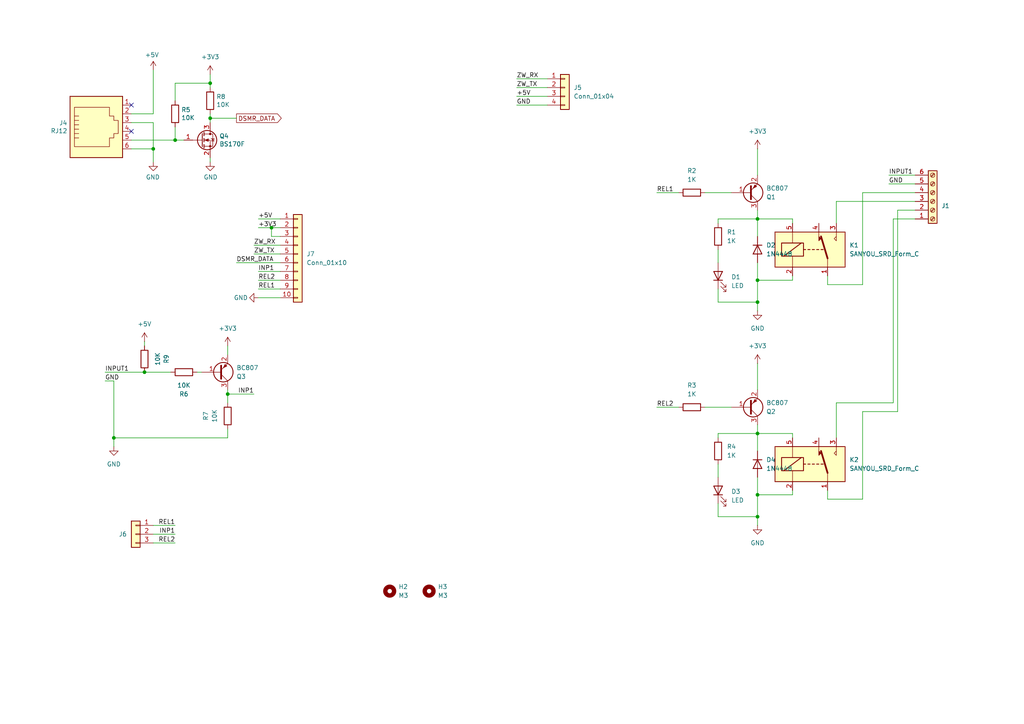
<source format=kicad_sch>
(kicad_sch (version 20250114) (generator "eeschema") (generator_version "9.0")
  (paper "A4")
  (lib_symbols
    (symbol "Connector:RJ12" (pin_names (offset 1.016))
      (property "Reference" "J" (at -5.08 11.43 0))
      (property "Value" "RJ12" (at 2.54 11.43 0))
      (symbol "RJ12_0_1"
        (polyline (pts (xy -6.35 3.175) (xy -5.08 3.175) (xy -5.08 3.175)))
        (polyline (pts (xy -6.35 1.905) (xy -5.08 1.905) (xy -5.08 1.905)))
        (polyline (pts (xy -6.35 0.635) (xy -5.08 0.635) (xy -5.08 0.635)))
        (polyline (pts (xy -6.35 -0.635) (xy -5.08 -0.635) (xy -5.08 -0.635)))
        (polyline (pts (xy -6.35 -1.905) (xy -5.08 -1.905) (xy -5.08 -1.905)))
        (polyline (pts (xy -6.35 -4.445) (xy -6.35 6.985) (xy 3.81 6.985) (xy 3.81 4.445) (xy 5.08 4.445) (xy 5.08 3.175) (xy 6.35 3.175) (xy 6.35 -0.635) (xy 5.08 -0.635) (xy 5.08 -1.905) (xy 3.81 -1.905) (xy 3.81 -4.445) (xy -6.35 -4.445) (xy -6.35 -4.445)))
        (polyline (pts (xy -5.08 4.445) (xy -6.35 4.445) (xy -6.35 4.445)))
        (rectangle (start 7.62 10.16) (end -7.62 -7.62) (stroke (width 0.254)) (fill (type background)))
      )
      (symbol "RJ12_1_1"
        (pin passive line (at 10.16 7.62 180) (length 2.54) (name "~") (number "6"))
        (pin passive line (at 10.16 5.08 180) (length 2.54) (name "~") (number "5"))
        (pin passive line (at 10.16 2.54 180) (length 2.54) (name "~") (number "4"))
        (pin passive line (at 10.16 0 180) (length 2.54) (name "~") (number "3"))
        (pin passive line (at 10.16 -2.54 180) (length 2.54) (name "~") (number "2"))
        (pin passive line (at 10.16 -5.08 180) (length 2.54) (name "~") (number "1"))
      )
    )
    (symbol "Connector:Screw_Terminal_01x06" (pin_names (offset 1.016) (hide yes))
      (property "Reference" "J" (at 0 7.62 0))
      (property "Value" "Screw_Terminal_01x06" (at 0 -10.16 0))
      (symbol "Screw_Terminal_01x06_1_1"
        (rectangle (start -1.27 6.35) (end 1.27 -8.89) (stroke (width 0.254)) (fill (type background)))
        (polyline (pts (xy -0.5334 5.4102) (xy 0.3302 4.572)) (stroke (width 0.1524)))
        (polyline (pts (xy -0.5334 2.8702) (xy 0.3302 2.032)) (stroke (width 0.1524)))
        (polyline (pts (xy -0.5334 0.3302) (xy 0.3302 -0.508)) (stroke (width 0.1524)))
        (polyline (pts (xy -0.5334 -2.2098) (xy 0.3302 -3.048)) (stroke (width 0.1524)))
        (polyline (pts (xy -0.5334 -4.7498) (xy 0.3302 -5.588)) (stroke (width 0.1524)))
        (polyline (pts (xy -0.5334 -7.2898) (xy 0.3302 -8.128)) (stroke (width 0.1524)))
        (polyline (pts (xy -0.3556 5.588) (xy 0.508 4.7498)) (stroke (width 0.1524)))
        (polyline (pts (xy -0.3556 3.048) (xy 0.508 2.2098)) (stroke (width 0.1524)))
        (polyline (pts (xy -0.3556 0.508) (xy 0.508 -0.3302)) (stroke (width 0.1524)))
        (polyline (pts (xy -0.3556 -2.032) (xy 0.508 -2.8702)) (stroke (width 0.1524)))
        (polyline (pts (xy -0.3556 -4.572) (xy 0.508 -5.4102)) (stroke (width 0.1524)))
        (polyline (pts (xy -0.3556 -7.112) (xy 0.508 -7.9502)) (stroke (width 0.1524)))
        (circle (center 0 5.08) (radius 0.635) (stroke (width 0.1524)))
        (circle (center 0 2.54) (radius 0.635) (stroke (width 0.1524)))
        (circle (center 0 0) (radius 0.635) (stroke (width 0.1524)))
        (circle (center 0 -2.54) (radius 0.635) (stroke (width 0.1524)))
        (circle (center 0 -5.08) (radius 0.635) (stroke (width 0.1524)))
        (circle (center 0 -7.62) (radius 0.635) (stroke (width 0.1524)))
        (pin passive line (at -5.08 5.08 0) (length 3.81) (name "Pin_1") (number "1"))
        (pin passive line (at -5.08 2.54 0) (length 3.81) (name "Pin_2") (number "2"))
        (pin passive line (at -5.08 0 0) (length 3.81) (name "Pin_3") (number "3"))
        (pin passive line (at -5.08 -2.54 0) (length 3.81) (name "Pin_4") (number "4"))
        (pin passive line (at -5.08 -5.08 0) (length 3.81) (name "Pin_5") (number "5"))
        (pin passive line (at -5.08 -7.62 0) (length 3.81) (name "Pin_6") (number "6"))
      )
    )
    (symbol "Connector_Generic:Conn_01x03" (pin_names (offset 1.016) (hide yes))
      (property "Reference" "J" (at 0 5.08 0))
      (property "Value" "Conn_01x03" (at 0 -5.08 0))
      (symbol "Conn_01x03_1_1"
        (rectangle (start -1.27 3.81) (end 1.27 -3.81) (stroke (width 0.254)) (fill (type background)))
        (rectangle (start -1.27 2.667) (end 0 2.413) (stroke (width 0.1524)))
        (rectangle (start -1.27 0.127) (end 0 -0.127) (stroke (width 0.1524)))
        (rectangle (start -1.27 -2.413) (end 0 -2.667) (stroke (width 0.1524)))
        (pin passive line (at -5.08 2.54 0) (length 3.81) (name "Pin_1") (number "1"))
        (pin passive line (at -5.08 0 0) (length 3.81) (name "Pin_2") (number "2"))
        (pin passive line (at -5.08 -2.54 0) (length 3.81) (name "Pin_3") (number "3"))
      )
    )
    (symbol "Connector_Generic:Conn_01x04" (pin_names (offset 1.016) (hide yes))
      (property "Reference" "J" (at 0 5.08 0))
      (property "Value" "Conn_01x04" (at 0 -7.62 0))
      (symbol "Conn_01x04_1_1"
        (rectangle (start -1.27 3.81) (end 1.27 -6.35) (stroke (width 0.254)) (fill (type background)))
        (rectangle (start -1.27 2.667) (end 0 2.413) (stroke (width 0.1524)))
        (rectangle (start -1.27 0.127) (end 0 -0.127) (stroke (width 0.1524)))
        (rectangle (start -1.27 -2.413) (end 0 -2.667) (stroke (width 0.1524)))
        (rectangle (start -1.27 -4.953) (end 0 -5.207) (stroke (width 0.1524)))
        (pin passive line (at -5.08 2.54 0) (length 3.81) (name "Pin_1") (number "1"))
        (pin passive line (at -5.08 0 0) (length 3.81) (name "Pin_2") (number "2"))
        (pin passive line (at -5.08 -2.54 0) (length 3.81) (name "Pin_3") (number "3"))
        (pin passive line (at -5.08 -5.08 0) (length 3.81) (name "Pin_4") (number "4"))
      )
    )
    (symbol "Connector_Generic:Conn_01x10" (pin_names (offset 1.016) (hide yes))
      (property "Reference" "J" (at 0 12.7 0))
      (property "Value" "Conn_01x10" (at 0 -15.24 0))
      (symbol "Conn_01x10_1_1"
        (rectangle (start -1.27 11.43) (end 1.27 -13.97) (stroke (width 0.254)) (fill (type background)))
        (rectangle (start -1.27 10.287) (end 0 10.033) (stroke (width 0.1524)))
        (rectangle (start -1.27 7.747) (end 0 7.493) (stroke (width 0.1524)))
        (rectangle (start -1.27 5.207) (end 0 4.953) (stroke (width 0.1524)))
        (rectangle (start -1.27 2.667) (end 0 2.413) (stroke (width 0.1524)))
        (rectangle (start -1.27 0.127) (end 0 -0.127) (stroke (width 0.1524)))
        (rectangle (start -1.27 -2.413) (end 0 -2.667) (stroke (width 0.1524)))
        (rectangle (start -1.27 -4.953) (end 0 -5.207) (stroke (width 0.1524)))
        (rectangle (start -1.27 -7.493) (end 0 -7.747) (stroke (width 0.1524)))
        (rectangle (start -1.27 -10.033) (end 0 -10.287) (stroke (width 0.1524)))
        (rectangle (start -1.27 -12.573) (end 0 -12.827) (stroke (width 0.1524)))
        (pin passive line (at -5.08 10.16 0) (length 3.81) (name "Pin_1") (number "1"))
        (pin passive line (at -5.08 7.62 0) (length 3.81) (name "Pin_2") (number "2"))
        (pin passive line (at -5.08 5.08 0) (length 3.81) (name "Pin_3") (number "3"))
        (pin passive line (at -5.08 2.54 0) (length 3.81) (name "Pin_4") (number "4"))
        (pin passive line (at -5.08 0 0) (length 3.81) (name "Pin_5") (number "5"))
        (pin passive line (at -5.08 -2.54 0) (length 3.81) (name "Pin_6") (number "6"))
        (pin passive line (at -5.08 -5.08 0) (length 3.81) (name "Pin_7") (number "7"))
        (pin passive line (at -5.08 -7.62 0) (length 3.81) (name "Pin_8") (number "8"))
        (pin passive line (at -5.08 -10.16 0) (length 3.81) (name "Pin_9") (number "9"))
        (pin passive line (at -5.08 -12.7 0) (length 3.81) (name "Pin_10") (number "10"))
      )
    )
    (symbol "Device:LED" (pin_numbers (hide yes)) (pin_names (offset 1.016) (hide yes))
      (property "Reference" "D" (at 0 2.54 0))
      (property "Value" "LED" (at 0 -2.54 0))
      (symbol "LED_0_1"
        (polyline (pts (xy -3.048 -0.762) (xy -4.572 -2.286) (xy -3.81 -2.286) (xy -4.572 -2.286) (xy -4.572 -1.524)))
        (polyline (pts (xy -1.778 -0.762) (xy -3.302 -2.286) (xy -2.54 -2.286) (xy -3.302 -2.286) (xy -3.302 -1.524)))
        (polyline (pts (xy -1.27 0) (xy 1.27 0)))
        (polyline (pts (xy -1.27 -1.27) (xy -1.27 1.27)) (stroke (width 0.254)))
        (polyline (pts (xy 1.27 -1.27) (xy 1.27 1.27) (xy -1.27 0) (xy 1.27 -1.27)) (stroke (width 0.254)))
      )
      (symbol "LED_1_1"
        (pin passive line (at -3.81 0 0) (length 2.54) (name "K") (number "1"))
        (pin passive line (at 3.81 0 180) (length 2.54) (name "A") (number "2"))
      )
    )
    (symbol "Device:R" (pin_numbers (hide yes)) (pin_names (offset 0))
      (property "Reference" "R" (at 2.032 0 90))
      (property "Value" "R" (at 0 0 90))
      (symbol "R_0_1"
        (rectangle (start -1.016 -2.54) (end 1.016 2.54) (stroke (width 0.254)))
      )
      (symbol "R_1_1"
        (pin passive line (at 0 3.81 270) (length 1.27) (name "~") (number "1"))
        (pin passive line (at 0 -3.81 90) (length 1.27) (name "~") (number "2"))
      )
    )
    (symbol "Diode:1N4448" (pin_numbers (hide yes)) (pin_names (hide yes))
      (property "Reference" "D" (at 0 2.54 0))
      (property "Value" "1N4448" (at 0 -2.54 0))
      (symbol "1N4448_0_1"
        (polyline (pts (xy -1.27 1.27) (xy -1.27 -1.27)) (stroke (width 0.254)))
        (polyline (pts (xy 1.27 1.27) (xy 1.27 -1.27) (xy -1.27 0) (xy 1.27 1.27)) (stroke (width 0.254)))
        (polyline (pts (xy 1.27 0) (xy -1.27 0)))
      )
      (symbol "1N4448_1_1"
        (pin passive line (at -3.81 0 0) (length 2.54) (name "K") (number "1"))
        (pin passive line (at 3.81 0 180) (length 2.54) (name "A") (number "2"))
      )
    )
    (symbol "Mechanical:MountingHole" (pin_names (offset 1.016)) (exclude_from_sim yes) (in_bom no)
      (property "Reference" "H" (at 0 5.08 0))
      (property "Value" "MountingHole" (at 0 3.175 0))
      (symbol "MountingHole_0_1"
        (circle (center 0 0) (radius 1.27) (stroke (width 1.27)))
      )
    )
    (symbol "Relay:SANYOU_SRD_Form_C"
      (property "Reference" "K" (at 11.43 3.81 0))
      (property "Value" "SANYOU_SRD_Form_C" (at 11.43 1.27 0))
      (symbol "SANYOU_SRD_Form_C_0_0"
        (polyline (pts (xy 7.62 5.08) (xy 7.62 2.54) (xy 6.985 3.175) (xy 7.62 3.81)))
      )
      (symbol "SANYOU_SRD_Form_C_0_1"
        (rectangle (start -10.16 5.08) (end 10.16 -5.08) (stroke (width 0.254)) (fill (type background)))
        (rectangle (start -8.255 1.905) (end -1.905 -1.905) (stroke (width 0.254)))
        (polyline (pts (xy -7.62 -1.905) (xy -2.54 1.905)) (stroke (width 0.254)))
        (polyline (pts (xy -5.08 5.08) (xy -5.08 1.905)))
        (polyline (pts (xy -5.08 -5.08) (xy -5.08 -1.905)))
        (polyline (pts (xy -1.905 0) (xy -1.27 0)) (stroke (width 0.254)))
        (polyline (pts (xy -0.635 0) (xy 0 0)) (stroke (width 0.254)))
        (polyline (pts (xy 0.635 0) (xy 1.27 0)) (stroke (width 0.254)))
        (polyline (pts (xy 1.905 0) (xy 2.54 0)) (stroke (width 0.254)))
        (polyline (pts (xy 3.175 0) (xy 3.81 0)) (stroke (width 0.254)))
        (polyline (pts (xy 5.08 -2.54) (xy 3.175 3.81)) (stroke (width 0.508)))
        (polyline (pts (xy 5.08 -2.54) (xy 5.08 -5.08)))
      )
      (symbol "SANYOU_SRD_Form_C_1_1"
        (polyline (pts (xy 2.54 3.81) (xy 3.175 3.175) (xy 2.54 2.54) (xy 2.54 5.08)) (fill (type outline)))
        (pin passive line (at -5.08 7.62 270) (length 2.54) (name "~") (number "5"))
        (pin passive line (at -5.08 -7.62 90) (length 2.54) (name "~") (number "2"))
        (pin passive line (at 2.54 7.62 270) (length 2.54) (name "~") (number "4"))
        (pin passive line (at 5.08 -7.62 90) (length 2.54) (name "~") (number "1"))
        (pin passive line (at 7.62 7.62 270) (length 2.54) (name "~") (number "3"))
      )
    )
    (symbol "Transistor_BJT:BC807" (pin_names (offset 0) (hide yes))
      (property "Reference" "Q" (at 5.08 1.905 0))
      (property "Value" "BC807" (at 5.08 0 0))
      (symbol "BC807_0_1"
        (polyline (pts (xy 0.635 1.905) (xy 0.635 -1.905) (xy 0.635 -1.905)) (stroke (width 0.508)))
        (polyline (pts (xy 0.635 0.635) (xy 2.54 2.54)))
        (polyline (pts (xy 0.635 -0.635) (xy 2.54 -2.54) (xy 2.54 -2.54)))
        (circle (center 1.27 0) (radius 2.8194) (stroke (width 0.254)))
        (polyline (pts (xy 2.286 -1.778) (xy 1.778 -2.286) (xy 1.27 -1.27) (xy 2.286 -1.778) (xy 2.286 -1.778)) (fill (type outline)))
      )
      (symbol "BC807_1_1"
        (pin input line (at -5.08 0 0) (length 5.715) (name "B") (number "1"))
        (pin passive line (at 2.54 5.08 270) (length 2.54) (name "C") (number "3"))
        (pin passive line (at 2.54 -5.08 90) (length 2.54) (name "E") (number "2"))
      )
    )
    (symbol "Transistor_FET:BS170F" (pin_names (hide yes))
      (property "Reference" "Q" (at 5.08 1.905 0))
      (property "Value" "BS170F" (at 5.08 0 0))
      (symbol "BS170F_0_1"
        (polyline (pts (xy 0.254 1.905) (xy 0.254 -1.905)) (stroke (width 0.254)))
        (polyline (pts (xy 0.254 0) (xy -2.54 0)))
        (polyline (pts (xy 0.762 2.286) (xy 0.762 1.27)) (stroke (width 0.254)))
        (polyline (pts (xy 0.762 0.508) (xy 0.762 -0.508)) (stroke (width 0.254)))
        (polyline (pts (xy 0.762 -1.27) (xy 0.762 -2.286)) (stroke (width 0.254)))
        (polyline (pts (xy 0.762 -1.778) (xy 3.302 -1.778) (xy 3.302 1.778) (xy 0.762 1.778)))
        (polyline (pts (xy 1.016 0) (xy 2.032 0.381) (xy 2.032 -0.381) (xy 1.016 0)) (fill (type outline)))
        (circle (center 1.651 0) (radius 2.794) (stroke (width 0.254)))
        (polyline (pts (xy 2.54 2.54) (xy 2.54 1.778)))
        (circle (center 2.54 1.778) (radius 0.254) (fill (type outline)))
        (circle (center 2.54 -1.778) (radius 0.254) (fill (type outline)))
        (polyline (pts (xy 2.54 -2.54) (xy 2.54 0) (xy 0.762 0)))
        (polyline (pts (xy 2.794 0.508) (xy 2.921 0.381) (xy 3.683 0.381) (xy 3.81 0.254)))
        (polyline (pts (xy 3.302 0.381) (xy 2.921 -0.254) (xy 3.683 -0.254) (xy 3.302 0.381)))
      )
      (symbol "BS170F_1_1"
        (pin input line (at -5.08 0 0) (length 2.54) (name "G") (number "1"))
        (pin passive line (at 2.54 5.08 270) (length 2.54) (name "D") (number "3"))
        (pin passive line (at 2.54 -5.08 90) (length 2.54) (name "S") (number "2"))
      )
    )
    (symbol "power:+3V3" (power) (pin_numbers (hide yes)) (pin_names (offset 0) (hide yes))
      (property "Value" "+3V3" (at 0 3.556 0))
      (symbol "+3V3_0_1"
        (polyline (pts (xy -0.762 1.27) (xy 0 2.54)))
        (polyline (pts (xy 0 2.54) (xy 0.762 1.27)))
        (polyline (pts (xy 0 0) (xy 0 2.54)))
      )
      (symbol "+3V3_1_1"
        (pin power_in line (at 0 0 90) (length 0) (name "~") (number "1"))
      )
    )
    (symbol "power:+5V" (power) (pin_numbers (hide yes)) (pin_names (offset 0) (hide yes))
      (property "Value" "+5V" (at 0 3.556 0))
      (symbol "+5V_0_1"
        (polyline (pts (xy -0.762 1.27) (xy 0 2.54)))
        (polyline (pts (xy 0 2.54) (xy 0.762 1.27)))
        (polyline (pts (xy 0 0) (xy 0 2.54)))
      )
      (symbol "+5V_1_1"
        (pin power_in line (at 0 0 90) (length 0) (name "~") (number "1"))
      )
    )
    (symbol "power:GND" (power) (pin_numbers (hide yes)) (pin_names (offset 0) (hide yes))
      (property "Value" "GND" (at 0 -3.81 0))
      (symbol "GND_0_1"
        (polyline (pts (xy 0 0) (xy 0 -1.27) (xy 1.27 -1.27) (xy 0 -2.54) (xy -1.27 -1.27) (xy 0 -1.27)))
      )
      (symbol "GND_1_1"
        (pin power_in line (at 0 0 270) (length 0) (name "~") (number "1"))
      )
    )
  )
  (junction (at 219.71 63.5))
  (junction (at 44.45 43.18))
  (junction (at 219.71 81.28))
  (junction (at 219.71 143.51))
  (junction (at 33.02 127))
  (junction (at 66.04 114.3))
  (junction (at 60.96 34.29))
  (junction (at 219.71 149.86))
  (junction (at 219.71 87.63))
  (junction (at 60.96 24.13))
  (junction (at 78.74 66.04))
  (junction (at 41.91 107.95))
  (junction (at 219.71 125.73))
  (junction (at 50.8 40.64))
  (no_connect (at 38.1 30.48))
  (no_connect (at 38.1 38.1))
  (wire (pts (xy 259.08 116.84) (xy 259.08 63.5)))
  (wire (pts (xy 60.96 33.02) (xy 60.96 34.29)))
  (wire (pts (xy 208.28 149.86) (xy 219.71 149.86)))
  (wire (pts (xy 219.71 125.73) (xy 229.87 125.73)))
  (wire (pts (xy 242.57 116.84) (xy 242.57 127)))
  (wire (pts (xy 60.96 45.72) (xy 60.96 46.99)))
  (wire (pts (xy 208.28 134.62) (xy 208.28 138.43)))
  (wire (pts (xy 33.02 110.49) (xy 33.02 127)))
  (wire (pts (xy 229.87 80.01) (xy 229.87 81.28)))
  (wire (pts (xy 219.71 149.86) (xy 219.71 152.4)))
  (wire (pts (xy 60.96 34.29) (xy 60.96 35.56)))
  (wire (pts (xy 229.87 127) (xy 229.87 125.73)))
  (wire (pts (xy 73.66 73.66) (xy 81.28 73.66)))
  (wire (pts (xy 219.71 63.5) (xy 219.71 68.58)))
  (wire (pts (xy 73.66 71.12) (xy 81.28 71.12)))
  (wire (pts (xy 250.19 119.38) (xy 260.35 119.38)))
  (wire (pts (xy 208.28 87.63) (xy 219.71 87.63)))
  (wire (pts (xy 60.96 21.59) (xy 60.96 24.13)))
  (wire (pts (xy 149.86 25.4) (xy 158.75 25.4)))
  (wire (pts (xy 208.28 63.5) (xy 219.71 63.5)))
  (wire (pts (xy 219.71 81.28) (xy 219.71 87.63)))
  (wire (pts (xy 66.04 114.3) (xy 73.66 114.3)))
  (wire (pts (xy 229.87 64.77) (xy 229.87 63.5)))
  (wire (pts (xy 44.45 152.4) (xy 50.8 152.4)))
  (wire (pts (xy 74.93 63.5) (xy 81.28 63.5)))
  (wire (pts (xy 204.47 55.88) (xy 212.09 55.88)))
  (wire (pts (xy 66.04 100.33) (xy 66.04 102.87)))
  (wire (pts (xy 204.47 118.11) (xy 212.09 118.11)))
  (wire (pts (xy 242.57 58.42) (xy 242.57 64.77)))
  (wire (pts (xy 53.34 40.64) (xy 50.8 40.64)))
  (wire (pts (xy 66.04 124.46) (xy 66.04 127)))
  (wire (pts (xy 219.71 81.28) (xy 229.87 81.28)))
  (wire (pts (xy 190.5 118.11) (xy 196.85 118.11)))
  (wire (pts (xy 33.02 127) (xy 33.02 129.54)))
  (wire (pts (xy 44.45 20.32) (xy 44.45 33.02)))
  (wire (pts (xy 50.8 40.64) (xy 50.8 36.83)))
  (wire (pts (xy 219.71 138.43) (xy 219.71 143.51)))
  (wire (pts (xy 74.93 66.04) (xy 78.74 66.04)))
  (wire (pts (xy 38.1 43.18) (xy 44.45 43.18)))
  (wire (pts (xy 44.45 33.02) (xy 38.1 33.02)))
  (wire (pts (xy 68.58 34.29) (xy 60.96 34.29)))
  (wire (pts (xy 44.45 154.94) (xy 50.8 154.94)))
  (wire (pts (xy 242.57 116.84) (xy 259.08 116.84)))
  (wire (pts (xy 260.35 60.96) (xy 265.43 60.96)))
  (wire (pts (xy 250.19 82.55) (xy 240.03 82.55)))
  (wire (pts (xy 190.5 55.88) (xy 196.85 55.88)))
  (wire (pts (xy 74.93 86.36) (xy 81.28 86.36)))
  (wire (pts (xy 250.19 144.78) (xy 240.03 144.78)))
  (wire (pts (xy 260.35 60.96) (xy 260.35 119.38)))
  (wire (pts (xy 219.71 123.19) (xy 219.71 125.73)))
  (wire (pts (xy 44.45 157.48) (xy 50.8 157.48)))
  (wire (pts (xy 219.71 63.5) (xy 229.87 63.5)))
  (wire (pts (xy 149.86 30.48) (xy 158.75 30.48)))
  (wire (pts (xy 41.91 107.95) (xy 49.53 107.95)))
  (wire (pts (xy 257.81 53.34) (xy 265.43 53.34)))
  (wire (pts (xy 30.48 107.95) (xy 41.91 107.95)))
  (wire (pts (xy 208.28 125.73) (xy 219.71 125.73)))
  (wire (pts (xy 208.28 72.39) (xy 208.28 76.2)))
  (wire (pts (xy 44.45 35.56) (xy 44.45 43.18)))
  (wire (pts (xy 208.28 146.05) (xy 208.28 149.86)))
  (wire (pts (xy 38.1 40.64) (xy 50.8 40.64)))
  (wire (pts (xy 66.04 113.03) (xy 66.04 114.3)))
  (wire (pts (xy 38.1 35.56) (xy 44.45 35.56)))
  (wire (pts (xy 219.71 76.2) (xy 219.71 81.28)))
  (wire (pts (xy 208.28 125.73) (xy 208.28 127)))
  (wire (pts (xy 208.28 63.5) (xy 208.28 64.77)))
  (wire (pts (xy 229.87 142.24) (xy 229.87 143.51)))
  (wire (pts (xy 44.45 43.18) (xy 44.45 46.99)))
  (wire (pts (xy 66.04 127) (xy 33.02 127)))
  (wire (pts (xy 74.93 81.28) (xy 81.28 81.28)))
  (wire (pts (xy 50.8 24.13) (xy 60.96 24.13)))
  (wire (pts (xy 265.43 58.42) (xy 242.57 58.42)))
  (wire (pts (xy 50.8 29.21) (xy 50.8 24.13)))
  (wire (pts (xy 240.03 82.55) (xy 240.03 80.01)))
  (wire (pts (xy 78.74 66.04) (xy 78.74 68.58)))
  (wire (pts (xy 219.71 43.18) (xy 219.71 50.8)))
  (wire (pts (xy 74.93 83.82) (xy 81.28 83.82)))
  (wire (pts (xy 41.91 99.06) (xy 41.91 100.33)))
  (wire (pts (xy 68.58 76.2) (xy 81.28 76.2)))
  (wire (pts (xy 240.03 144.78) (xy 240.03 142.24)))
  (wire (pts (xy 259.08 63.5) (xy 265.43 63.5)))
  (wire (pts (xy 219.71 60.96) (xy 219.71 63.5)))
  (wire (pts (xy 219.71 143.51) (xy 229.87 143.51)))
  (wire (pts (xy 66.04 114.3) (xy 66.04 116.84)))
  (wire (pts (xy 149.86 22.86) (xy 158.75 22.86)))
  (wire (pts (xy 57.15 107.95) (xy 58.42 107.95)))
  (wire (pts (xy 60.96 24.13) (xy 60.96 25.4)))
  (wire (pts (xy 78.74 66.04) (xy 81.28 66.04)))
  (wire (pts (xy 219.71 143.51) (xy 219.71 149.86)))
  (wire (pts (xy 208.28 83.82) (xy 208.28 87.63)))
  (wire (pts (xy 250.19 55.88) (xy 265.43 55.88)))
  (wire (pts (xy 74.93 78.74) (xy 81.28 78.74)))
  (wire (pts (xy 250.19 55.88) (xy 250.19 82.55)))
  (wire (pts (xy 250.19 119.38) (xy 250.19 144.78)))
  (wire (pts (xy 219.71 87.63) (xy 219.71 90.17)))
  (wire (pts (xy 219.71 125.73) (xy 219.71 130.81)))
  (wire (pts (xy 257.81 50.8) (xy 265.43 50.8)))
  (wire (pts (xy 149.86 27.94) (xy 158.75 27.94)))
  (wire (pts (xy 219.71 105.41) (xy 219.71 113.03)))
  (wire (pts (xy 30.48 110.49) (xy 33.02 110.49)))
  (wire (pts (xy 81.28 68.58) (xy 78.74 68.58)))
  (label "GND" (at 149.86 30.48 0))
  (label "ZW_RX" (at 149.86 22.86 0))
  (label "REL1" (at 50.8 152.4 180))
  (label "INPUT1" (at 30.48 107.95 0))
  (label "REL2" (at 74.93 81.28 0))
  (label "REL1" (at 74.93 83.82 0))
  (label "REL2" (at 190.5 118.11 0))
  (label "ZW_RX" (at 73.66 71.12 0))
  (label "INP1" (at 74.93 78.74 0))
  (label "+5V" (at 149.86 27.94 0))
  (label "+5V" (at 74.93 63.5 0))
  (label "INP1" (at 73.66 114.3 180))
  (label "GND" (at 257.81 53.34 0))
  (label "REL2" (at 50.8 157.48 180))
  (label "INPUT1" (at 257.81 50.8 0))
  (label "ZW_TX" (at 149.86 25.4 0))
  (label "REL1" (at 190.5 55.88 0))
  (label "+3V3" (at 74.93 66.04 0))
  (label "GND" (at 30.48 110.49 0))
  (label "DSMR_DATA" (at 68.58 76.2 0))
  (label "ZW_TX" (at 73.66 73.66 0))
  (label "INP1" (at 50.8 154.94 180))
  (global_label "DSMR_DATA" (shape output) (at 68.58 34.29 0) (property "Intersheetrefs" "${INTERSHEET_REFS}" (effects (hide yes))))
  (symbol (lib_id "Diode:1N4448") (at 219.71 72.39 90) (mirror x) (unit 1)
    (property "Reference" "D2" (at 222.25 71.1199 90) (effects (justify right)))
    (property "Value" "1N4448" (at 222.25 73.6599 90) (effects (justify right)))
    (property "Footprint" "Diode_THT:D_DO-35_SOD27_P7.62mm_Horizontal" (effects (hide yes)))
    (property "Datasheet" "https://assets.nexperia.com/documents/data-sheet/1N4148_1N4448.pdf" (effects (hide yes)))
    (property "Description" "100V 0.15A High-speed standard diode, DO-35" (effects (hide yes)))
    (property "Sim.Device" "D" (effects (hide yes)))
    (property "Sim.Pins" "1=K 2=A" (effects (hide yes)))
  )
  (symbol (lib_id "Device:R") (at 208.28 68.58 0) (unit 1)
    (property "Reference" "R1" (at 210.82 67.3099 0) (effects (justify left)))
    (property "Value" "1K" (at 210.82 69.8499 0) (effects (justify left)))
    (property "Footprint" "Resistor_SMD:R_0603_1608Metric" (effects (hide yes)))
    (property "Description" "Resistor" (effects (hide yes)))
  )
  (symbol (lib_id "power:+3V3") (at 41.91 99.06 0) (unit 1)
    (property "Reference" "#PWR021" (effects (hide yes)))
    (property "Value" "+5V" (at 41.91 93.98 0))
    (property "Description" "Power symbol creates a global label with name \"+3V3\"" (effects (hide yes)))
  )
  (symbol (lib_id "Device:R") (at 66.04 120.65 0) (mirror y) (unit 1)
    (property "Reference" "R7" (at 59.69 120.65 90))
    (property "Value" "10K" (at 62.23 120.65 90))
    (property "Footprint" "Resistor_SMD:R_0603_1608Metric" (effects (hide yes)))
    (property "Description" "Resistor" (effects (hide yes)))
  )
  (symbol (lib_id "Device:R") (at 60.96 29.21 0) (unit 1)
    (property "Reference" "R8" (at 62.738 28.0416 0) (effects (justify left)))
    (property "Value" "10K" (at 62.738 30.353 0) (effects (justify left)))
    (property "Footprint" "Resistor_SMD:R_0603_1608Metric" (effects (hide yes)))
  )
  (symbol (lib_id "Mechanical:MountingHole") (at 113.03 171.45 0) (unit 1) (exclude_from_sim yes) (in_bom no)
    (property "Reference" "H2" (at 115.57 170.1799 0) (effects (justify left)))
    (property "Value" "M3" (at 115.57 172.7199 0) (effects (justify left)))
    (property "Footprint" "MountingHole:MountingHole_3.2mm_M3" (effects (hide yes)))
    (property "Description" "Mounting Hole without connection" (effects (hide yes)))
  )
  (symbol (lib_id "Connector_Generic:Conn_01x10") (at 86.36 73.66 0) (unit 1)
    (property "Reference" "J7" (at 88.9 73.6599 0) (effects (justify left)))
    (property "Value" "Conn_01x10" (at 88.9 76.1999 0) (effects (justify left)))
    (property "Footprint" "Connector_PinHeader_2.54mm:PinHeader_1x10_P2.54mm_Vertical" (effects (hide yes)))
    (property "Description" "Generic connector, single row, 01x10, script generated (kicad-library-utils/schlib/autogen/connector/)" (effects (hide yes)))
  )
  (symbol (lib_id "Mechanical:MountingHole") (at 124.46 171.45 0) (unit 1) (exclude_from_sim yes) (in_bom no)
    (property "Reference" "H3" (at 127 170.1799 0) (effects (justify left)))
    (property "Value" "M3" (at 127 172.7199 0) (effects (justify left)))
    (property "Footprint" "MountingHole:MountingHole_3.2mm_M3" (effects (hide yes)))
    (property "Description" "Mounting Hole without connection" (effects (hide yes)))
  )
  (symbol (lib_id "Device:R") (at 200.66 118.11 90) (unit 1)
    (property "Reference" "R3" (at 200.66 111.76 90))
    (property "Value" "1K" (at 200.66 114.3 90))
    (property "Footprint" "Resistor_SMD:R_0603_1608Metric" (effects (hide yes)))
    (property "Description" "Resistor" (effects (hide yes)))
  )
  (symbol (lib_id "Relay:SANYOU_SRD_Form_C") (at 234.95 134.62 0) (unit 1)
    (property "Reference" "K2" (at 246.38 133.3499 0) (effects (justify left)))
    (property "Value" "SANYOU_SRD_Form_C" (at 246.38 135.8899 0) (effects (justify left)))
    (property "Footprint" "Relay_THT:Relay_SPDT_SANYOU_SRD_Series_Form_C" (effects (hide yes)))
    (property "Datasheet" "http://www.sanyourelay.ca/public/products/pdf/SRD.pdf" (effects (hide yes)))
    (property "Description" "Sanyo SRD relay, Single Pole Miniature Power Relay," (effects (hide yes)))
  )
  (symbol (lib_id "power:+5V") (at 44.45 20.32 0) (mirror y) (unit 1)
    (property "Reference" "#PWR019" (effects (hide yes)))
    (property "Value" "+5V" (at 44.069 15.9258 0))
  )
  (symbol (lib_id "Device:R") (at 50.8 33.02 0) (unit 1)
    (property "Reference" "R5" (at 52.578 31.8516 0) (effects (justify left)))
    (property "Value" "10K" (at 52.578 34.163 0) (effects (justify left)))
    (property "Footprint" "Resistor_SMD:R_0603_1608Metric" (effects (hide yes)))
  )
  (symbol (lib_id "Connector:Screw_Terminal_01x06") (at 270.51 58.42 0) (mirror x) (unit 1)
    (property "Reference" "J1" (at 273.05 59.6901 0) (effects (justify left)))
    (property "Value" "Screw_Terminal_01x03" (effects (hide yes)))
    (property "Footprint" "TerminalBlock_Phoenix:TerminalBlock_Phoenix_PT-1,5-6-3.5-H_1x06_P3.50mm_Horizontal" (effects (hide yes)))
    (property "Description" "Generic screw terminal, single row, 01x06, script generated (kicad-library-utils/schlib/autogen/connector/)" (effects (hide yes)))
  )
  (symbol (lib_id "Device:R") (at 53.34 107.95 90) (mirror x) (unit 1)
    (property "Reference" "R6" (at 53.34 114.3 90))
    (property "Value" "10K" (at 53.34 111.76 90))
    (property "Footprint" "Resistor_SMD:R_0603_1608Metric" (effects (hide yes)))
    (property "Description" "Resistor" (effects (hide yes)))
  )
  (symbol (lib_id "power:GND") (at 44.45 46.99 0) (mirror y) (unit 1)
    (property "Reference" "#PWR020" (effects (hide yes)))
    (property "Value" "GND" (at 44.323 51.3842 0))
  )
  (symbol (lib_id "Transistor_BJT:BC807") (at 63.5 107.95 0) (mirror x) (unit 1)
    (property "Reference" "Q3" (at 68.58 109.2201 0) (effects (justify left)))
    (property "Value" "BC807" (at 68.58 106.6801 0) (effects (justify left)))
    (property "Footprint" "Package_TO_SOT_SMD:SOT-23" (effects (hide yes)))
    (property "Datasheet" "https://www.onsemi.com/pub/Collateral/BC808-D.pdf" (effects (hide yes)))
    (property "Description" "0.8A Ic, 45V Vce, PNP Transistor, SOT-23" (effects (hide yes)))
  )
  (symbol (lib_id "power:GND") (at 60.96 46.99 0) (unit 1)
    (property "Reference" "#PWR018" (effects (hide yes)))
    (property "Value" "GND" (at 61.087 51.3842 0))
  )
  (symbol (lib_id "Connector_Generic:Conn_01x04") (at 163.83 25.4 0) (unit 1)
    (property "Reference" "J5" (at 166.37 25.3999 0) (effects (justify left)))
    (property "Value" "Conn_01x04" (at 166.37 27.9399 0) (effects (justify left)))
    (property "Footprint" "Connector_PinHeader_2.54mm:PinHeader_1x04_P2.54mm_Vertical" (effects (hide yes)))
    (property "Description" "Generic connector, single row, 01x04, script generated (kicad-library-utils/schlib/autogen/connector/)" (effects (hide yes)))
  )
  (symbol (lib_id "Transistor_FET:BS170F") (at 58.42 40.64 0) (unit 1)
    (property "Reference" "Q4" (at 63.627 39.4716 0) (effects (justify left)))
    (property "Value" "BS170F" (at 63.627 41.783 0) (effects (justify left)))
    (property "Footprint" "Package_TO_SOT_SMD:SOT-23" (effects (hide yes)))
    (property "Datasheet" "http://www.diodes.com/assets/Datasheets/BS170F.pdf" (effects (hide yes)))
  )
  (symbol (lib_id "power:GND") (at 219.71 90.17 0) (mirror y) (unit 1)
    (property "Reference" "#PWR02" (effects (hide yes)))
    (property "Value" "GND" (at 219.71 95.25 0))
    (property "Description" "Power symbol creates a global label with name \"GND\" , ground" (effects (hide yes)))
  )
  (symbol (lib_id "Relay:SANYOU_SRD_Form_C") (at 234.95 72.39 0) (unit 1)
    (property "Reference" "K1" (at 246.38 71.1199 0) (effects (justify left)))
    (property "Value" "SANYOU_SRD_Form_C" (at 246.38 73.6599 0) (effects (justify left)))
    (property "Footprint" "Relay_THT:Relay_SPDT_SANYOU_SRD_Series_Form_C" (effects (hide yes)))
    (property "Datasheet" "http://www.sanyourelay.ca/public/products/pdf/SRD.pdf" (effects (hide yes)))
    (property "Description" "Sanyo SRD relay, Single Pole Miniature Power Relay," (effects (hide yes)))
  )
  (symbol (lib_id "Diode:1N4448") (at 219.71 134.62 90) (mirror x) (unit 1)
    (property "Reference" "D4" (at 222.25 133.3499 90) (effects (justify right)))
    (property "Value" "1N4448" (at 222.25 135.8899 90) (effects (justify right)))
    (property "Footprint" "Diode_THT:D_DO-35_SOD27_P7.62mm_Horizontal" (effects (hide yes)))
    (property "Datasheet" "https://assets.nexperia.com/documents/data-sheet/1N4148_1N4448.pdf" (effects (hide yes)))
    (property "Description" "100V 0.15A High-speed standard diode, DO-35" (effects (hide yes)))
    (property "Sim.Device" "D" (effects (hide yes)))
    (property "Sim.Pins" "1=K 2=A" (effects (hide yes)))
  )
  (symbol (lib_id "Device:R") (at 41.91 104.14 0) (mirror x) (unit 1)
    (property "Reference" "R9" (at 48.26 104.14 90))
    (property "Value" "10K" (at 45.72 104.14 90))
    (property "Footprint" "Resistor_SMD:R_0603_1608Metric" (effects (hide yes)))
    (property "Description" "Resistor" (effects (hide yes)))
  )
  (symbol (lib_id "Transistor_BJT:BC807") (at 217.17 55.88 0) (mirror x) (unit 1)
    (property "Reference" "Q1" (at 222.25 57.1501 0) (effects (justify left)))
    (property "Value" "BC807" (at 222.25 54.6101 0) (effects (justify left)))
    (property "Footprint" "Package_TO_SOT_SMD:SOT-23" (effects (hide yes)))
    (property "Datasheet" "https://www.onsemi.com/pub/Collateral/BC808-D.pdf" (effects (hide yes)))
    (property "Description" "0.8A Ic, 45V Vce, PNP Transistor, SOT-23" (effects (hide yes)))
  )
  (symbol (lib_id "Connector:RJ12") (at 27.94 35.56 0) (mirror x) (unit 1)
    (property "Reference" "J4" (at 19.558 35.6616 0) (effects (justify right)))
    (property "Value" "RJ12" (at 19.558 37.973 0) (effects (justify right)))
    (property "Footprint" "Connector_RJ:RJ12_Amphenol_54601" (effects (hide yes)))
  )
  (symbol (lib_id "power:GND") (at 219.71 152.4 0) (mirror y) (unit 1)
    (property "Reference" "#PWR04" (effects (hide yes)))
    (property "Value" "GND" (at 219.71 157.48 0))
    (property "Description" "Power symbol creates a global label with name \"GND\" , ground" (effects (hide yes)))
  )
  (symbol (lib_id "power:+3V3") (at 60.96 21.59 0) (unit 1)
    (property "Reference" "#PWR017" (effects (hide yes)))
    (property "Value" "+3V3" (at 60.96 16.51 0))
    (property "Description" "Power symbol creates a global label with name \"+3V3\"" (effects (hide yes)))
  )
  (symbol (lib_id "power:+3V3") (at 66.04 100.33 0) (unit 1)
    (property "Reference" "#PWR016" (effects (hide yes)))
    (property "Value" "+3V3" (at 66.04 95.25 0))
    (property "Description" "Power symbol creates a global label with name \"+3V3\"" (effects (hide yes)))
  )
  (symbol (lib_id "power:GND") (at 33.02 129.54 0) (mirror y) (unit 1)
    (property "Reference" "#PWR015" (effects (hide yes)))
    (property "Value" "GND" (at 33.02 134.62 0))
    (property "Description" "Power symbol creates a global label with name \"GND\" , ground" (effects (hide yes)))
  )
  (symbol (lib_id "Device:R") (at 208.28 130.81 0) (unit 1)
    (property "Reference" "R4" (at 210.82 129.5399 0) (effects (justify left)))
    (property "Value" "1K" (at 210.82 132.0799 0) (effects (justify left)))
    (property "Footprint" "Resistor_SMD:R_0603_1608Metric" (effects (hide yes)))
    (property "Description" "Resistor" (effects (hide yes)))
  )
  (symbol (lib_id "Device:LED") (at 208.28 142.24 90) (unit 1)
    (property "Reference" "D3" (at 212.09 142.5574 90) (effects (justify right)))
    (property "Value" "LED" (at 212.09 145.0974 90) (effects (justify right)))
    (property "Footprint" "LED_SMD:LED_0805_2012Metric" (effects (hide yes)))
    (property "Description" "Light emitting diode" (effects (hide yes)))
  )
  (symbol (lib_id "Device:R") (at 200.66 55.88 90) (unit 1)
    (property "Reference" "R2" (at 200.66 49.53 90))
    (property "Value" "1K" (at 200.66 52.07 90))
    (property "Footprint" "Resistor_SMD:R_0603_1608Metric" (effects (hide yes)))
    (property "Description" "Resistor" (effects (hide yes)))
  )
  (symbol (lib_id "power:+5V") (at 219.71 43.18 0) (unit 1)
    (property "Reference" "#PWR01" (effects (hide yes)))
    (property "Value" "+3V3" (at 219.71 38.1 0))
    (property "Description" "Power symbol creates a global label with name \"+5V\"" (effects (hide yes)))
  )
  (symbol (lib_id "Connector_Generic:Conn_01x03") (at 39.37 154.94 0) (mirror y) (unit 1)
    (property "Reference" "J6" (at 36.83 154.9399 0) (effects (justify left)))
    (property "Value" "Screw_Terminal_01x03" (effects (hide yes)))
    (property "Footprint" "Connector_PinHeader_2.54mm:PinHeader_1x03_P2.54mm_Vertical" (effects (hide yes)))
    (property "Description" "Generic connector, single row, 01x03, script generated (kicad-library-utils/schlib/autogen/connector/)" (effects (hide yes)))
  )
  (symbol (lib_id "Device:LED") (at 208.28 80.01 90) (unit 1)
    (property "Reference" "D1" (at 212.09 80.3274 90) (effects (justify right)))
    (property "Value" "LED" (at 212.09 82.8674 90) (effects (justify right)))
    (property "Footprint" "LED_SMD:LED_0805_2012Metric" (effects (hide yes)))
    (property "Description" "Light emitting diode" (effects (hide yes)))
  )
  (symbol (lib_id "Transistor_BJT:BC807") (at 217.17 118.11 0) (mirror x) (unit 1)
    (property "Reference" "Q2" (at 222.25 119.3801 0) (effects (justify left)))
    (property "Value" "BC807" (at 222.25 116.8401 0) (effects (justify left)))
    (property "Footprint" "Package_TO_SOT_SMD:SOT-23" (effects (hide yes)))
    (property "Datasheet" "https://www.onsemi.com/pub/Collateral/BC808-D.pdf" (effects (hide yes)))
    (property "Description" "0.8A Ic, 45V Vce, PNP Transistor, SOT-23" (effects (hide yes)))
  )
  (symbol (lib_id "power:+5V") (at 219.71 105.41 0) (unit 1)
    (property "Reference" "#PWR03" (effects (hide yes)))
    (property "Value" "+3V3" (at 219.71 100.33 0))
    (property "Description" "Power symbol creates a global label with name \"+5V\"" (effects (hide yes)))
  )
  (symbol (lib_id "power:GND") (at 74.93 86.36 270) (mirror x) (unit 1)
    (property "Reference" "#PWR022" (effects (hide yes)))
    (property "Value" "GND" (at 69.85 86.36 90))
    (property "Description" "Power symbol creates a global label with name \"GND\" , ground" (effects (hide yes)))
  )
)
</source>
